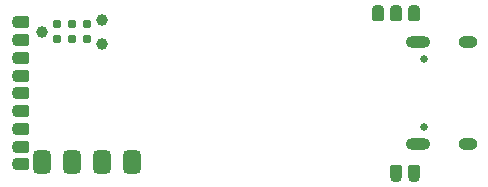
<source format=gbr>
G04 #@! TF.GenerationSoftware,KiCad,Pcbnew,(6.0.2)*
G04 #@! TF.CreationDate,2022-03-09T14:23:31+01:00*
G04 #@! TF.ProjectId,rs-probe,72732d70-726f-4626-952e-6b696361645f,rev?*
G04 #@! TF.SameCoordinates,Original*
G04 #@! TF.FileFunction,Soldermask,Bot*
G04 #@! TF.FilePolarity,Negative*
%FSLAX46Y46*%
G04 Gerber Fmt 4.6, Leading zero omitted, Abs format (unit mm)*
G04 Created by KiCad (PCBNEW (6.0.2)) date 2022-03-09 14:23:31*
%MOMM*%
%LPD*%
G01*
G04 APERTURE LIST*
G04 Aperture macros list*
%AMRoundRect*
0 Rectangle with rounded corners*
0 $1 Rounding radius*
0 $2 $3 $4 $5 $6 $7 $8 $9 X,Y pos of 4 corners*
0 Add a 4 corners polygon primitive as box body*
4,1,4,$2,$3,$4,$5,$6,$7,$8,$9,$2,$3,0*
0 Add four circle primitives for the rounded corners*
1,1,$1+$1,$2,$3*
1,1,$1+$1,$4,$5*
1,1,$1+$1,$6,$7*
1,1,$1+$1,$8,$9*
0 Add four rect primitives between the rounded corners*
20,1,$1+$1,$2,$3,$4,$5,0*
20,1,$1+$1,$4,$5,$6,$7,0*
20,1,$1+$1,$6,$7,$8,$9,0*
20,1,$1+$1,$8,$9,$2,$3,0*%
G04 Aperture macros list end*
%ADD10C,0.650000*%
%ADD11O,2.100000X1.000000*%
%ADD12O,1.600000X1.000000*%
%ADD13RoundRect,0.275000X0.325000X0.275000X-0.325000X0.275000X-0.325000X-0.275000X0.325000X-0.275000X0*%
%ADD14C,1.100000*%
%ADD15RoundRect,0.275000X0.275000X-0.325000X0.275000X0.325000X-0.275000X0.325000X-0.275000X-0.325000X0*%
%ADD16RoundRect,0.275000X-0.275000X0.325000X-0.275000X-0.325000X0.275000X-0.325000X0.275000X0.325000X0*%
%ADD17C,0.990600*%
%ADD18C,0.787400*%
%ADD19RoundRect,0.375000X0.375000X0.625000X-0.375000X0.625000X-0.375000X-0.625000X0.375000X-0.625000X0*%
G04 APERTURE END LIST*
D10*
X182900000Y-83110000D03*
X182900000Y-88890000D03*
D11*
X182370000Y-90320000D03*
X182370000Y-81680000D03*
D12*
X186550000Y-90320000D03*
X186550000Y-81680000D03*
D13*
X148808000Y-80000000D03*
D14*
X148500000Y-80000000D03*
X148500000Y-81500000D03*
D13*
X148808000Y-81500000D03*
D14*
X148500000Y-83000000D03*
D13*
X148808000Y-83000000D03*
D14*
X148500000Y-84500000D03*
D13*
X148808000Y-84500000D03*
X148808000Y-86000000D03*
D14*
X148500000Y-86000000D03*
X148500000Y-87500000D03*
D13*
X148808000Y-87500000D03*
X148808000Y-89000000D03*
D14*
X148500000Y-89000000D03*
D13*
X148808000Y-90500000D03*
D14*
X148500000Y-90500000D03*
D13*
X148800000Y-92000000D03*
D14*
X148500000Y-92000000D03*
D15*
X179000000Y-79300000D03*
D14*
X179000000Y-79000000D03*
D15*
X180500000Y-79308000D03*
D14*
X180500000Y-79000000D03*
X182000000Y-79000000D03*
D15*
X182000000Y-79308000D03*
D16*
X182000000Y-92700000D03*
D14*
X182000000Y-93000000D03*
D16*
X180500000Y-92692000D03*
D14*
X180500000Y-93000000D03*
D17*
X155640000Y-79784000D03*
X155640000Y-81816000D03*
X150560000Y-80800000D03*
D18*
X151830000Y-80165000D03*
X151830000Y-81435000D03*
X153100000Y-80165000D03*
X153100000Y-81435000D03*
X154370000Y-80165000D03*
X154370000Y-81435000D03*
D19*
X158100000Y-91800000D03*
X153060000Y-91800000D03*
X150550000Y-91800000D03*
X155600000Y-91800000D03*
M02*

</source>
